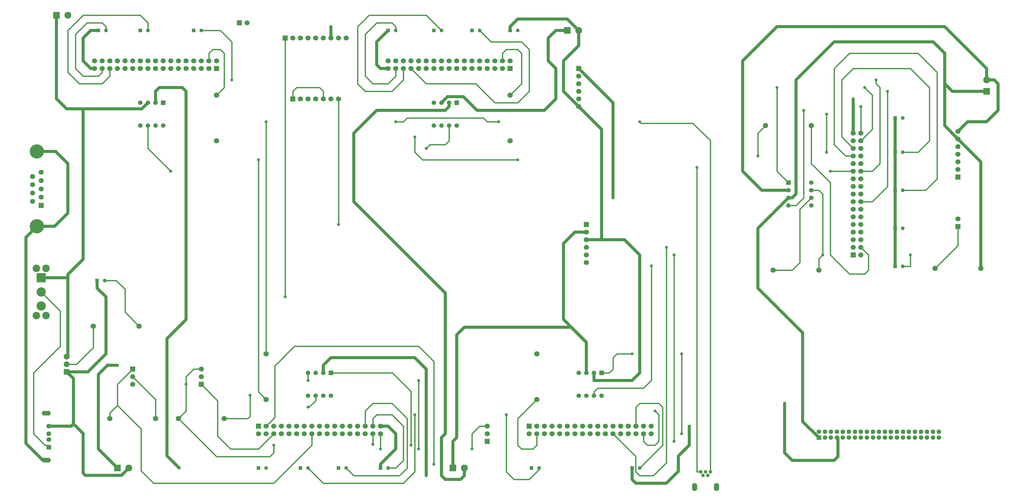
<source format=gbr>
G04 DipTrace 3.3.1.3*
G04 Bottom.gbr*
%MOIN*%
G04 #@! TF.FileFunction,Copper,L2,Bot*
G04 #@! TF.Part,Single*
%AMOUTLINE0*
4,1,8,
-0.009039,0.021824,
0.009039,0.021824,
0.021824,0.009039,
0.021824,-0.009039,
0.009039,-0.021824,
-0.009039,-0.021824,
-0.021824,-0.009039,
-0.021824,0.009039,
-0.009039,0.021824,
0*%
G04 #@! TA.AperFunction,Conductor*
%ADD13C,0.016*%
%ADD14C,0.03937*%
G04 #@! TA.AperFunction,ComponentPad*
%ADD16C,0.07*%
%ADD17C,0.07*%
%ADD18R,0.066929X0.066929*%
%ADD19C,0.066929*%
%ADD20C,0.05*%
%ADD21R,0.05X0.05*%
%ADD22R,0.090551X0.090551*%
%ADD23C,0.090551*%
%ADD24R,0.066535X0.066535*%
%ADD25C,0.066535*%
%ADD26C,0.187402*%
%ADD27R,0.059055X0.059055*%
%ADD28C,0.059055*%
%ADD29C,0.062992*%
%ADD30R,0.062992X0.062992*%
%ADD31O,0.11811X0.062992*%
%ADD33R,0.074803X0.074803*%
%ADD34C,0.074803*%
%ADD35R,0.122047X0.122047*%
%ADD36C,0.122047*%
%ADD37C,0.098425*%
%ADD38C,0.047244*%
%ADD39O,0.066929X0.106299*%
G04 #@! TA.AperFunction,ViaPad*
%ADD40C,0.04*%
G04 #@! TA.AperFunction,ComponentPad*
%ADD98OUTLINE0*%
%FSLAX26Y26*%
G04*
G70*
G90*
G75*
G01*
G04 Bottom*
%LPD*%
X4024016Y3050787D2*
D13*
Y6450787D1*
X1509055Y2665748D2*
Y2385827D1*
X1288976Y2165748D1*
X1159055D1*
X11024016Y1200787D2*
D14*
X10812568Y1412235D1*
Y2577030D1*
X10224016Y3165583D1*
Y3950787D1*
X10624016Y4350787D1*
X7874016Y6050787D2*
X8324016Y5600787D1*
Y4350787D1*
X2224016Y5600787D2*
X2144488Y5521260D1*
X1374016D1*
X1159055D1*
X1024016Y5656299D1*
Y6750787D1*
X1824016Y2150787D2*
X1698063D1*
Y2155252D1*
X7974016Y3900787D2*
X7824016D1*
X7674016Y3750787D1*
Y2755118D1*
X7974016Y2455118D1*
Y2050787D1*
X7724016Y6550787D2*
X7574016D1*
X7474016Y6450787D1*
Y6150787D1*
X7574016Y6050787D1*
X10624016Y4350787D2*
X10674016D1*
X10724016Y4400787D1*
Y5900787D1*
X11224016Y6400787D1*
X12524016D1*
X12674016Y6250787D1*
Y5850787D1*
Y5300787D1*
X12849016Y5125787D1*
X1159055Y2265748D2*
X1174016D1*
Y3300787D1*
Y3344749D1*
X1374016Y3544749D1*
Y5521260D1*
X1174016Y3300787D2*
X824016D1*
X12849016Y5125787D2*
X13149016Y4825787D1*
Y3425787D1*
X12674016Y5850787D2*
X12774016Y5750787D1*
X13224016D1*
X1698063Y2155252D2*
X1574016Y2031205D1*
Y1050787D1*
X1824016Y800787D1*
X6274016Y2100787D2*
Y1200787D1*
X6224016Y1150787D1*
Y800787D1*
X7974016Y2050787D2*
Y2450787D1*
X7774016Y2650787D1*
X6374016D1*
X6274016Y2550787D1*
Y2100787D1*
X7574016Y6050787D2*
Y5650787D1*
X7424016Y5500787D1*
X6540618D1*
X6361091Y5680315D1*
X6153543D1*
X6074016Y5600787D1*
X6974016Y6550787D2*
Y6600787D1*
X7074016Y6700787D1*
X7724016D1*
X7874016Y6550787D1*
X12849016Y5225787D2*
X12974016Y5350787D1*
X13224016D1*
X13374016Y5500787D1*
Y5850787D1*
X13324016Y5900787D1*
X13224016D1*
X6374016Y800787D2*
Y700787D1*
X6324016Y650787D1*
X6124016D1*
X6074016Y700787D1*
Y1200787D1*
X6124016Y1250787D1*
Y3100787D1*
X4924016Y4300787D1*
Y5200787D1*
X5224016Y5500787D1*
X6124016D1*
X6174016Y5550787D1*
Y5600787D1*
X5874016Y700787D2*
Y2100787D1*
X5724016Y2250787D1*
X4624016D1*
X4524016Y2150787D1*
Y2050787D1*
X2633543Y800787D2*
X2474016Y960315D1*
Y2500787D1*
X2724016Y2750787D1*
Y5750787D1*
X2674016Y5800787D1*
X2374016D1*
X2324016Y5750787D1*
Y5600787D1*
X1974016Y800787D2*
X1878740Y705512D1*
X1401887D1*
X1372883Y734516D1*
Y1253365D1*
X1246457Y1379791D1*
X1217453Y1350787D1*
X924016D1*
X1246457Y1379791D2*
Y1978346D1*
X1159055Y2065748D1*
X8574016Y800787D2*
Y650787D1*
X8624016Y600787D1*
X9024016D1*
X9181843Y758614D1*
Y958614D1*
X9324016Y1100787D1*
Y1350787D1*
X10574016Y1650787D2*
Y1000787D1*
X10674016Y900787D1*
X11224016D1*
X11274016Y950787D1*
Y1200787D1*
X11260236D1*
X1574016Y6550787D2*
X1474016D1*
X1374016Y6450787D1*
Y6150787D1*
X1474016Y6050787D1*
X1524016D1*
X5274016Y800787D2*
Y850787D1*
X5474016Y1050787D1*
Y1250787D1*
X5374016Y1350787D1*
X5274016D1*
X5374016Y6550787D2*
X5224016Y6400787D1*
Y6100787D1*
X5274016Y6050787D1*
X5374016D1*
X12024016Y5400787D2*
Y4950787D1*
X11474016Y5650787D2*
Y5200787D1*
X4624016Y6600787D2*
Y6450787D1*
X7874016Y5550787D2*
X8174016Y5250787D1*
Y3800787D1*
X8474016D1*
X8674016Y3600787D1*
Y2050787D1*
X8574016Y1950787D1*
X8074016D1*
Y2050787D1*
X7874016Y6550787D2*
Y6350787D1*
X7674016Y6150787D1*
Y5750787D1*
X7874016Y5550787D1*
X13224016Y5900787D2*
Y6050787D1*
X12674016Y6600787D1*
X10474016D1*
X10024016Y6150787D1*
Y4700787D1*
X10274016Y4450787D1*
X10624016D1*
X1159055Y2065748D2*
X1438976D1*
X1674016Y2300787D1*
Y3049786D1*
X1559055Y3164747D1*
Y3265748D1*
X7974016Y3800787D2*
X8174016D1*
X12024016Y3950787D2*
Y3450787D1*
Y4450787D2*
Y3950787D1*
Y4950787D2*
Y4450787D1*
X768110Y4960827D2*
X1013976D1*
X1174016Y4800787D1*
Y4150787D1*
X1000197Y3976969D1*
X768110D1*
X624016Y1450787D2*
Y1125386D1*
X845465Y903937D1*
X890551D1*
X768110Y3976969D2*
X624016Y3832874D1*
Y1450787D1*
X6174016Y5300787D2*
D13*
Y5100787D1*
X6124016Y5050787D1*
X5924016D1*
X5874016Y5000787D1*
X3774016Y2300787D2*
Y5351315D1*
X10924016Y4450787D2*
X11024016D1*
X11074016Y4400787D1*
Y3600787D1*
X8074016Y1750787D2*
Y1800787D1*
X8124016Y1850787D1*
X8724016D1*
X8829000Y1955772D1*
Y3456787D1*
X11074016Y3600787D2*
X11024016Y3550787D1*
Y3400787D1*
X2724016Y1900787D2*
Y1550787D1*
X2624016Y1450787D1*
X2924016Y2100787D2*
X2824016D1*
X2724016Y2000787D1*
Y1900787D1*
X2624016Y1450787D2*
X3124016Y950787D1*
X3824016D1*
X3874016Y1000787D1*
Y1100787D1*
X6474016Y1050787D2*
Y1250787D1*
X6574016Y1350787D1*
X6674016D1*
X10824016Y5500787D2*
Y4350787D1*
X10724016Y4250787D1*
X10624016D1*
X11574016Y5550787D2*
Y5200787D1*
X7324016Y1250787D2*
Y1100787D1*
X7274016Y1050787D1*
X7124016D1*
X7074016Y1100787D1*
Y1450787D1*
X7324016Y1700787D1*
X9224016Y2300787D2*
Y1250787D1*
X4324016Y1950787D2*
Y2050787D1*
X5774016Y1050787D2*
Y1950787D1*
X5274016Y1050787D2*
Y1250787D1*
X10474016Y5800787D2*
Y4700787D1*
X10624016Y4550787D1*
X11624016Y5800787D2*
X11724016Y5700787D1*
Y5250787D1*
X11574016Y5100787D1*
X3562752Y1756787D2*
Y1479787D1*
X3533752Y1450787D1*
X3224016D1*
X5674016Y1100787D2*
Y1808791D1*
X5432020Y2050787D1*
X4624016D1*
X5174016Y1109787D2*
Y1250787D1*
X924016Y1075197D2*
X898425Y1100787D1*
X874016D1*
X724016Y1250787D1*
Y2050787D1*
X1074016Y2400787D1*
Y2865748D1*
X824016Y3115748D1*
X8574016Y2300787D2*
X8374016D1*
X8324016Y2250787D1*
Y2100787D1*
X8274016Y2050787D1*
X8174016D1*
X8874016Y1550787D2*
X8924016Y1500787D1*
Y1150787D1*
X8874016Y1100787D1*
X8774016D1*
X8724016Y1150787D1*
Y1250787D1*
X10224016Y4900787D2*
Y5200787D1*
X10324016Y5300787D1*
X5474016Y5350787D2*
X5574016D1*
X5624016Y5400787D1*
X6624016D1*
X6674016Y5350787D1*
X6824016D1*
X8674016D2*
X8692510Y5332293D1*
X9371000D1*
X9600000Y5103293D1*
Y750787D1*
X4524016Y5650787D2*
Y5750787D1*
X4474016Y5800787D1*
X4174016D1*
X4124016Y5750787D1*
Y5650787D1*
X5974016Y850787D2*
Y2200787D1*
X5774016Y2400787D1*
X4145890D1*
X3887417Y2142315D1*
Y1464189D1*
X3774016Y1350787D1*
X1659055Y3265748D2*
X1809055D1*
X1924016Y3150787D1*
Y2850787D1*
X2109055Y2665748D1*
X8324016Y1250787D2*
X8620020Y954783D1*
Y754783D1*
X8674016Y700787D1*
X8853480D1*
X9024016Y871323D1*
Y3700787D1*
X9124016Y3600787D2*
Y1150787D1*
X2924016Y1900787D2*
X3139016Y1685787D1*
Y1220787D1*
X3309016Y1050787D1*
X3674016D1*
X3874016Y1250787D1*
X2024016Y2100787D2*
X1824016Y1900787D1*
Y1625323D1*
X2135845Y1313493D1*
Y763516D1*
X2298573Y600787D1*
X3874016D1*
X4374016Y1100787D1*
Y1250787D1*
X1824016Y1625323D2*
X1724016Y1525323D1*
Y1450787D1*
X10424016Y3400787D2*
X10674016D1*
X10773938Y3500710D1*
Y4200710D1*
X10924016Y4350787D1*
X3774016Y1700787D2*
X3674016Y1800787D1*
Y4850787D1*
X2524016Y4700787D2*
X2224016Y5000787D1*
Y5300787D1*
X4324016Y1600787D2*
X4339016D1*
X4424016Y1685787D1*
Y1750787D1*
X9424016Y4750787D2*
Y750787D1*
X9474016D1*
X4724016Y5650787D2*
Y4000787D1*
X11924016Y5750787D2*
Y4500787D1*
X11724016Y4300787D1*
X11574016D1*
X5724016Y5150787D2*
Y4950787D1*
X5824016Y4850787D1*
X7074016D1*
X11774016Y5900787D2*
Y5850787D1*
X11824016Y5800787D1*
Y4800787D1*
X11724016Y4700787D1*
X11574016D1*
X2024016Y2000787D2*
X2324016Y1700787D1*
Y1450787D1*
X6874016Y6150787D2*
Y6250787D1*
X6924016Y6300787D1*
X7074016D1*
X7124016Y6250787D1*
Y5850787D1*
X6974016Y5700787D1*
X3024016Y6150787D2*
Y6250787D1*
X3074016Y6300787D1*
X3174016D1*
X3224016Y6250787D1*
Y5800787D1*
X3124016Y5700787D1*
X11574016Y3700787D2*
X11674016Y3600787D1*
Y3400787D1*
X11624016Y3350787D1*
X11424016D1*
X11174016Y3600787D1*
Y4550787D1*
X10924016Y4800787D1*
Y5300787D1*
X12549016Y3425787D2*
X12849016Y3725787D1*
Y3975787D1*
X5374016Y800787D2*
X5474016D1*
X5574016Y900787D1*
Y1350787D1*
X5424016Y1500787D1*
X5224016D1*
X5174016Y1450787D1*
Y1350787D1*
X4824016Y800787D2*
X4924016Y700787D1*
X5524016D1*
X5624016Y800787D1*
Y1450787D1*
X5424016Y1650787D1*
X5174016D1*
X5074016Y1550787D1*
Y1350787D1*
X5724016Y1500787D2*
Y750787D1*
X5574016Y600787D1*
X4524016D1*
X4324016Y800787D1*
X6924016Y1500787D2*
Y750787D1*
X7024016Y650787D1*
X7224016D1*
X7355512Y782283D1*
Y800787D1*
X8624016Y1350787D2*
Y1600787D1*
X8674016Y1650787D1*
X8924016D1*
X8974016Y1600787D1*
Y1100787D1*
X8674016Y800787D1*
X1674016Y6550787D2*
Y6600787D1*
X1624016Y6650787D1*
X1424016D1*
X1274016Y6500787D1*
Y6050787D1*
X1374016Y5950787D1*
X1574016D1*
X1624016Y6000787D1*
Y6050787D1*
X2224016Y6550787D2*
Y6650787D1*
X2124016Y6750787D1*
X1374016D1*
X1174016Y6550787D1*
Y6000787D1*
X1324016Y5850787D1*
X1624016D1*
X1724016Y5950787D1*
Y6050787D1*
X3324016Y5900787D2*
Y6400787D1*
X3174016Y6550787D1*
X2924016D1*
X11124016Y5450787D2*
Y4950787D1*
X12124016D2*
X12324016D1*
X12474016Y5100787D1*
Y5800787D1*
X12224016Y6050787D1*
X11474016D1*
X11324016Y5900787D1*
Y5150787D1*
X11474016Y5000787D1*
X12124016Y4450787D2*
X12424016D1*
X12574016Y4600787D1*
Y6000787D1*
X12324016Y6250787D1*
X11424016D1*
X11224016Y6050787D1*
Y5050787D1*
X11374016Y4900787D1*
X11474016D1*
X11174016Y4700787D2*
X11474016D1*
X12224016Y3600787D2*
Y3450787D1*
X12124016D1*
X5474016Y6550787D2*
Y6600787D1*
X5424016Y6650787D1*
X5224016D1*
X5074016Y6500787D1*
Y5950787D1*
X5174016Y5850787D1*
X5374016D1*
X5474016Y5950787D1*
Y6050787D1*
X6074016Y6550787D2*
X5874016Y6750787D1*
X5124016D1*
X4974016Y6600787D1*
Y5850787D1*
X5074016Y5750787D1*
X5424016D1*
X5574016Y5900787D1*
Y6050787D1*
X6574016Y6550787D2*
X6724016Y6400787D1*
X7124016D1*
X7224016Y6300787D1*
Y5750787D1*
X7074016Y5600787D1*
X6774016D1*
X6524016Y5850787D1*
X5874016D1*
X5674016Y6050787D1*
D40*
X5874016Y5000787D3*
X6474016Y1050787D3*
X5474016Y5350787D3*
X6824016D3*
D3*
X5724016Y5150787D3*
X7074016Y4850787D3*
X5474016Y5350787D3*
X6824016D3*
X6474016Y1050787D3*
X4024016Y3050787D3*
X7574016Y6050787D3*
X1824016Y2150787D3*
X8324016Y4350787D3*
X1698063Y2155252D3*
X6274016Y2100787D3*
X2633543Y800787D3*
X9324016Y1350787D3*
X10574016Y1650787D3*
X11474016Y5650787D3*
X5874016Y700787D3*
X4624016Y6600787D3*
X624016Y1450787D3*
X3774016Y5351315D3*
X8829000Y3456787D3*
X11074016Y3600787D3*
X3874016Y1100787D3*
X2724016Y1900787D3*
X10824016Y5500787D3*
X11574016Y5550787D3*
X9224016Y1250787D3*
Y2300787D3*
X4324016Y1950787D3*
X5774016D3*
Y1050787D3*
X5274016D3*
X11624016Y5800787D3*
X10474016D3*
X3562752Y1756787D3*
X5674016Y1100787D3*
X5174016Y1109787D3*
X8874016Y1550787D3*
X8574016Y2300787D3*
X10224016Y4900787D3*
X8674016Y5350787D3*
X5974016Y850787D3*
X9024016Y3700787D3*
X9124016Y1150787D3*
Y3600787D3*
X3674016Y4850787D3*
X4324016Y1600787D3*
X2524016Y4700787D3*
X9424016Y4750787D3*
X4724016Y4000787D3*
X11924016Y5750787D3*
X11774016Y5900787D3*
X5724016Y1500787D3*
X6924016D3*
X3324016Y5900787D3*
X11124016Y4950787D3*
Y5450787D3*
X11174016Y4700787D3*
X12224016Y3600787D3*
D16*
X3774016Y1700787D3*
D17*
Y2300787D3*
D16*
X13149016Y3425787D3*
D17*
X12549016D3*
D18*
X7974016Y4000787D3*
D19*
Y3900787D3*
Y3800787D3*
Y3700787D3*
Y3600787D3*
Y3500787D3*
D18*
X7874016Y6050787D3*
D19*
Y5950787D3*
Y5850787D3*
Y5750787D3*
Y5650787D3*
Y5550787D3*
D20*
X1659055Y3265748D3*
D21*
X1559055D3*
D20*
X3774016Y800787D3*
D21*
X3674016D3*
D20*
X5374016D3*
D21*
X5274016D3*
D20*
X4824016D3*
D21*
X4724016D3*
D20*
X4324016D3*
D21*
X4224016D3*
D20*
X7355512D3*
D21*
X7255512D3*
D20*
X8674016D3*
D21*
X8574016D3*
D20*
X2224016Y6550787D3*
D21*
X2124016D3*
D20*
X1674016D3*
D21*
X1574016D3*
D20*
X2924016D3*
D21*
X2824016D3*
D20*
X12124016Y5400787D3*
D21*
X12024016D3*
D20*
X12124016Y4950787D3*
D21*
X12024016D3*
D20*
X12124016Y4450787D3*
D21*
X12024016D3*
D20*
X12124016Y3950787D3*
D21*
X12024016D3*
D20*
X12124016Y3450787D3*
D21*
X12024016D3*
D20*
X5474016Y6550787D3*
D21*
X5374016D3*
D20*
X6074016D3*
D21*
X5974016D3*
D20*
X6574016D3*
D21*
X6474016D3*
D20*
X7074016D3*
D21*
X6974016D3*
D18*
X2924016Y1900787D3*
D19*
Y2000787D3*
Y2100787D3*
D18*
X4024016Y6450787D3*
D19*
X4124016D3*
X4224016D3*
X4324016D3*
X4424016D3*
X4524016D3*
X4624016D3*
X4724016D3*
X4824016D3*
D18*
X12849016Y3975787D3*
D19*
Y4075787D3*
D18*
X3124016Y6050787D3*
D19*
Y6150787D3*
X3024016Y6050787D3*
Y6150787D3*
X2924016Y6050787D3*
Y6150787D3*
X2824016Y6050787D3*
Y6150787D3*
X2724016Y6050787D3*
Y6150787D3*
X2624016Y6050787D3*
Y6150787D3*
X2524016Y6050787D3*
Y6150787D3*
X2424016Y6050787D3*
Y6150787D3*
X2324016Y6050787D3*
Y6150787D3*
X2224016Y6050787D3*
Y6150787D3*
X2124016Y6050787D3*
Y6150787D3*
X2024016Y6050787D3*
Y6150787D3*
X1924016Y6050787D3*
Y6150787D3*
X1824016Y6050787D3*
Y6150787D3*
X1724016Y6050787D3*
Y6150787D3*
X1624016Y6050787D3*
Y6150787D3*
X1524016Y6050787D3*
Y6150787D3*
D18*
X6974016Y6050787D3*
D19*
Y6150787D3*
X6874016Y6050787D3*
Y6150787D3*
X6774016Y6050787D3*
Y6150787D3*
X6674016Y6050787D3*
Y6150787D3*
X6574016Y6050787D3*
Y6150787D3*
X6474016Y6050787D3*
Y6150787D3*
X6374016Y6050787D3*
Y6150787D3*
X6274016Y6050787D3*
Y6150787D3*
X6174016Y6050787D3*
Y6150787D3*
X6074016Y6050787D3*
Y6150787D3*
X5974016Y6050787D3*
Y6150787D3*
X5874016Y6050787D3*
Y6150787D3*
X5774016Y6050787D3*
Y6150787D3*
X5674016Y6050787D3*
Y6150787D3*
X5574016Y6050787D3*
Y6150787D3*
X5474016Y6050787D3*
Y6150787D3*
X5374016Y6050787D3*
Y6150787D3*
D18*
X11474016Y3600787D3*
D19*
X11574016D3*
X11474016Y3700787D3*
X11574016D3*
X11474016Y3800787D3*
X11574016D3*
X11474016Y3900787D3*
X11574016D3*
X11474016Y4000787D3*
X11574016D3*
X11474016Y4100787D3*
X11574016D3*
X11474016Y4200787D3*
X11574016D3*
X11474016Y4300787D3*
X11574016D3*
X11474016Y4400787D3*
X11574016D3*
X11474016Y4500787D3*
X11574016D3*
X11474016Y4600787D3*
X11574016D3*
X11474016Y4700787D3*
X11574016D3*
X11474016Y4800787D3*
X11574016D3*
X11474016Y4900787D3*
X11574016D3*
X11474016Y5000787D3*
X11574016D3*
X11474016Y5100787D3*
X11574016D3*
X11474016Y5200787D3*
X11574016D3*
D18*
X7224016Y1350787D3*
D19*
Y1250787D3*
X7324016Y1350787D3*
Y1250787D3*
X7424016Y1350787D3*
Y1250787D3*
X7524016Y1350787D3*
Y1250787D3*
X7624016Y1350787D3*
Y1250787D3*
X7724016Y1350787D3*
Y1250787D3*
X7824016Y1350787D3*
Y1250787D3*
X7924016Y1350787D3*
Y1250787D3*
X8024016Y1350787D3*
Y1250787D3*
X8124016Y1350787D3*
Y1250787D3*
X8224016Y1350787D3*
Y1250787D3*
X8324016Y1350787D3*
Y1250787D3*
X8424016Y1350787D3*
Y1250787D3*
X8524016Y1350787D3*
Y1250787D3*
X8624016Y1350787D3*
Y1250787D3*
X8724016Y1350787D3*
Y1250787D3*
X8824016Y1350787D3*
Y1250787D3*
D18*
X3674016Y1350787D3*
D19*
Y1250787D3*
X3774016Y1350787D3*
Y1250787D3*
X3874016Y1350787D3*
Y1250787D3*
X3974016Y1350787D3*
Y1250787D3*
X4074016Y1350787D3*
Y1250787D3*
X4174016Y1350787D3*
Y1250787D3*
X4274016Y1350787D3*
Y1250787D3*
X4374016Y1350787D3*
Y1250787D3*
X4474016Y1350787D3*
Y1250787D3*
X4574016Y1350787D3*
Y1250787D3*
X4674016Y1350787D3*
Y1250787D3*
X4774016Y1350787D3*
Y1250787D3*
X4874016Y1350787D3*
Y1250787D3*
X4974016Y1350787D3*
Y1250787D3*
X5074016Y1350787D3*
Y1250787D3*
X5174016Y1350787D3*
Y1250787D3*
X5274016Y1350787D3*
Y1250787D3*
D22*
X7724016Y6550787D3*
D23*
X7874016D3*
D24*
X824016Y4250787D3*
D25*
Y4359843D3*
Y4468898D3*
Y4577953D3*
Y4687008D3*
X712205Y4305315D3*
Y4414370D3*
Y4523425D3*
Y4632480D3*
D26*
X768111Y3976969D3*
Y4960827D3*
D18*
X3424016Y6650787D3*
D19*
X3524016D3*
D22*
X1024016Y6750787D3*
D23*
X1174016D3*
D22*
X6224016Y800787D3*
D23*
X6374016D3*
D27*
X11024016Y1200787D3*
D28*
X11102756D3*
X11181496D3*
X11260236D3*
X11338976D3*
X11417717D3*
X11496457D3*
X11575197D3*
X11653937D3*
X11732677D3*
X11811417D3*
X11890157D3*
X11968898D3*
X12047638D3*
X12126378D3*
X12205118D3*
X12283858D3*
X12362598D3*
X12441339D3*
X12520079D3*
X12598819D3*
Y1279528D3*
X12520079D3*
X12441339D3*
X12362598D3*
X12283858D3*
X12205118D3*
X12126378D3*
X12047638D3*
X11968898D3*
X11890157D3*
X11811417D3*
X11732677D3*
X11653937D3*
X11575197D3*
X11496457D3*
X11417717D3*
X11338976D3*
X11260236D3*
X11181496D3*
X11102756D3*
X11024016D3*
D22*
X13224016Y5750787D3*
D23*
Y5900787D3*
D29*
X924016Y1350787D3*
Y1252362D3*
Y1173622D3*
D30*
Y1075197D3*
D31*
X890551Y1522047D3*
Y903937D3*
D22*
X1824016Y800787D3*
D23*
X1974016D3*
D18*
X4124016Y5650787D3*
D19*
X4224016D3*
X4324016D3*
X4424016D3*
X4524016D3*
X4624016D3*
X4724016D3*
D16*
X1724016Y1450787D3*
D17*
X2324016D3*
D16*
X3224016D3*
D17*
X2624016D3*
D16*
X7324016Y2300787D3*
D17*
Y1700787D3*
D16*
X3124016Y5100787D3*
D17*
Y5700787D3*
D16*
X6974016D3*
D17*
Y5100787D3*
D16*
X10924016Y5300787D3*
D17*
X10324016D3*
D16*
X2109055Y2665748D3*
D17*
X1509055D3*
D16*
X10424016Y3400787D3*
D17*
X11024016D3*
D33*
X1159055Y2065748D3*
D34*
Y2165748D3*
Y2265748D3*
D18*
X2024016Y2100787D3*
D19*
Y2000787D3*
Y1900787D3*
D18*
X6674016Y1150787D3*
D19*
Y1250787D3*
Y1350787D3*
D35*
X824016Y3300787D3*
D36*
Y3115748D3*
Y2930709D3*
D37*
X886614Y2805709D3*
X761417D3*
Y3425787D3*
X886614D3*
D27*
X2424016Y5600787D3*
D28*
X2324016D3*
X2224016D3*
X2124016D3*
Y5300787D3*
X2224016D3*
X2324016D3*
X2424016D3*
D27*
X6274016Y5600787D3*
D28*
X6174016D3*
X6074016D3*
X5974016D3*
Y5300787D3*
X6074016D3*
X6174016D3*
X6274016D3*
D27*
X10624016Y4550787D3*
D28*
Y4450787D3*
Y4350787D3*
Y4250787D3*
X10924016D3*
Y4350787D3*
Y4450787D3*
Y4550787D3*
D27*
X4624016Y2050787D3*
D28*
X4524016D3*
X4424016D3*
X4324016D3*
Y1750787D3*
X4424016D3*
X4524016D3*
X4624016D3*
D27*
X8174016Y2050787D3*
D28*
X8074016D3*
X7974016D3*
X7874016D3*
Y1750787D3*
X7974016D3*
X8074016D3*
X8174016D3*
D18*
X12849016Y4625787D3*
D19*
Y4725787D3*
Y4825787D3*
Y4925787D3*
Y5025787D3*
Y5125787D3*
Y5225787D3*
D98*
X9474016Y750787D3*
D38*
X9505512Y703543D3*
X9537008Y750787D3*
X9568504Y703543D3*
X9600000Y750787D3*
D39*
X9393307Y551969D3*
X9680709D3*
M02*

</source>
